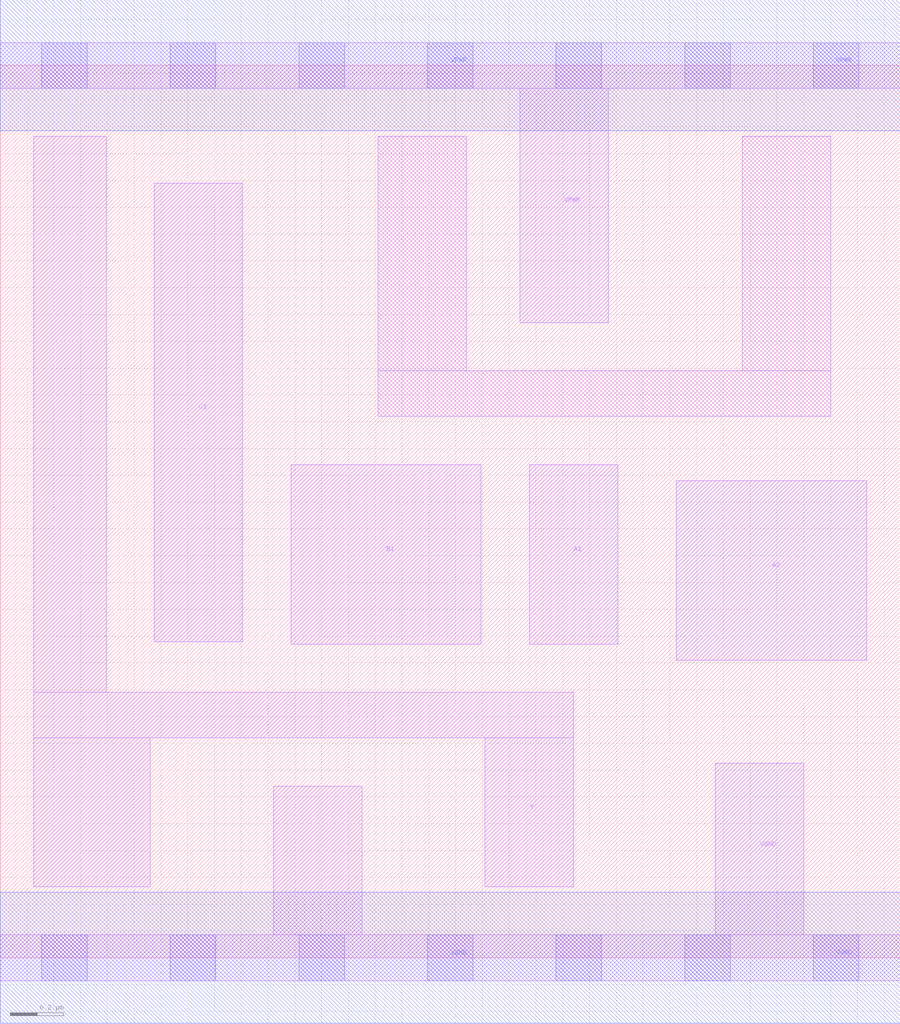
<source format=lef>
# Copyright 2020 The SkyWater PDK Authors
#
# Licensed under the Apache License, Version 2.0 (the "License");
# you may not use this file except in compliance with the License.
# You may obtain a copy of the License at
#
#     https://www.apache.org/licenses/LICENSE-2.0
#
# Unless required by applicable law or agreed to in writing, software
# distributed under the License is distributed on an "AS IS" BASIS,
# WITHOUT WARRANTIES OR CONDITIONS OF ANY KIND, either express or implied.
# See the License for the specific language governing permissions and
# limitations under the License.
#
# SPDX-License-Identifier: Apache-2.0

VERSION 5.7 ;
  NAMESCASESENSITIVE ON ;
  NOWIREEXTENSIONATPIN ON ;
  DIVIDERCHAR "/" ;
  BUSBITCHARS "[]" ;
UNITS
  DATABASE MICRONS 200 ;
END UNITS
MACRO sky130_fd_sc_lp__a211oi_lp
  CLASS CORE ;
  SOURCE USER ;
  FOREIGN sky130_fd_sc_lp__a211oi_lp ;
  ORIGIN  0.000000  0.000000 ;
  SIZE  3.360000 BY  3.330000 ;
  SYMMETRY X Y R90 ;
  SITE unit ;
  PIN A1
    ANTENNAGATEAREA  0.313000 ;
    DIRECTION INPUT ;
    USE SIGNAL ;
    PORT
      LAYER li1 ;
        RECT 1.975000 1.170000 2.305000 1.840000 ;
    END
  END A1
  PIN A2
    ANTENNAGATEAREA  0.313000 ;
    DIRECTION INPUT ;
    USE SIGNAL ;
    PORT
      LAYER li1 ;
        RECT 2.525000 1.110000 3.235000 1.780000 ;
    END
  END A2
  PIN B1
    ANTENNAGATEAREA  0.376000 ;
    DIRECTION INPUT ;
    USE SIGNAL ;
    PORT
      LAYER li1 ;
        RECT 1.085000 1.170000 1.795000 1.840000 ;
    END
  END B1
  PIN C1
    ANTENNAGATEAREA  0.376000 ;
    DIRECTION INPUT ;
    USE SIGNAL ;
    PORT
      LAYER li1 ;
        RECT 0.575000 1.180000 0.905000 2.890000 ;
    END
  END C1
  PIN Y
    ANTENNADIFFAREA  0.727300 ;
    DIRECTION OUTPUT ;
    USE SIGNAL ;
    PORT
      LAYER li1 ;
        RECT 0.125000 0.265000 0.560000 0.820000 ;
        RECT 0.125000 0.820000 2.140000 0.990000 ;
        RECT 0.125000 0.990000 0.395000 3.065000 ;
        RECT 1.810000 0.265000 2.140000 0.820000 ;
    END
  END Y
  PIN VGND
    DIRECTION INOUT ;
    USE GROUND ;
    PORT
      LAYER li1 ;
        RECT 0.000000 -0.085000 3.360000 0.085000 ;
        RECT 1.020000  0.085000 1.350000 0.640000 ;
        RECT 2.670000  0.085000 3.000000 0.725000 ;
      LAYER mcon ;
        RECT 0.155000 -0.085000 0.325000 0.085000 ;
        RECT 0.635000 -0.085000 0.805000 0.085000 ;
        RECT 1.115000 -0.085000 1.285000 0.085000 ;
        RECT 1.595000 -0.085000 1.765000 0.085000 ;
        RECT 2.075000 -0.085000 2.245000 0.085000 ;
        RECT 2.555000 -0.085000 2.725000 0.085000 ;
        RECT 3.035000 -0.085000 3.205000 0.085000 ;
      LAYER met1 ;
        RECT 0.000000 -0.245000 3.360000 0.245000 ;
    END
  END VGND
  PIN VPWR
    DIRECTION INOUT ;
    USE POWER ;
    PORT
      LAYER li1 ;
        RECT 0.000000 3.245000 3.360000 3.415000 ;
        RECT 1.940000 2.370000 2.270000 3.245000 ;
      LAYER mcon ;
        RECT 0.155000 3.245000 0.325000 3.415000 ;
        RECT 0.635000 3.245000 0.805000 3.415000 ;
        RECT 1.115000 3.245000 1.285000 3.415000 ;
        RECT 1.595000 3.245000 1.765000 3.415000 ;
        RECT 2.075000 3.245000 2.245000 3.415000 ;
        RECT 2.555000 3.245000 2.725000 3.415000 ;
        RECT 3.035000 3.245000 3.205000 3.415000 ;
      LAYER met1 ;
        RECT 0.000000 3.085000 3.360000 3.575000 ;
    END
  END VPWR
  OBS
    LAYER li1 ;
      RECT 1.410000 2.020000 3.100000 2.190000 ;
      RECT 1.410000 2.190000 1.740000 3.065000 ;
      RECT 2.770000 2.190000 3.100000 3.065000 ;
  END
END sky130_fd_sc_lp__a211oi_lp

</source>
